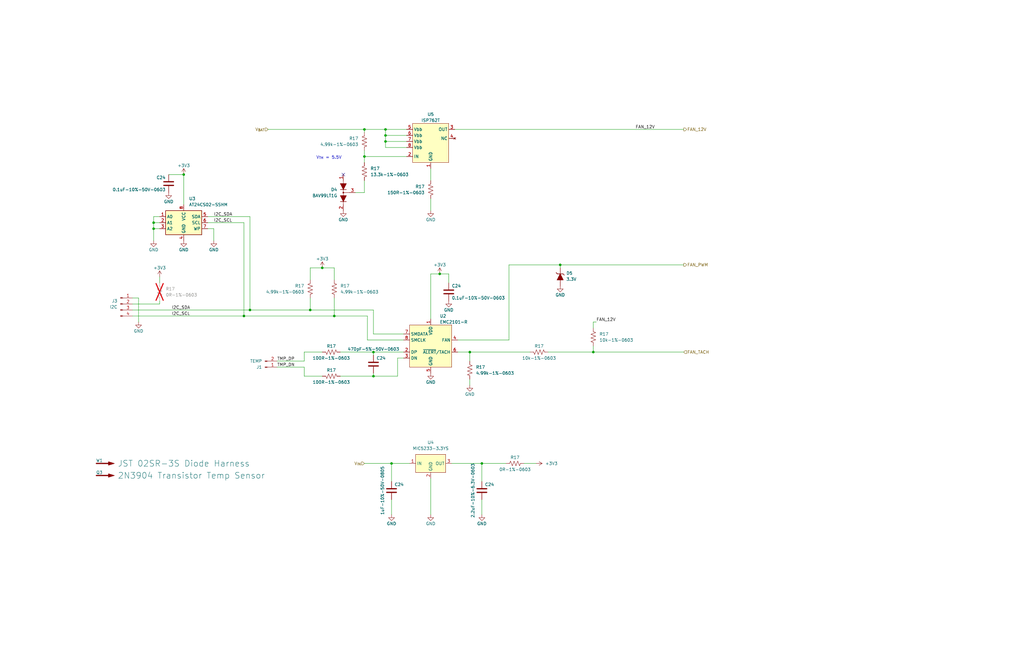
<source format=kicad_sch>
(kicad_sch (version 20231120) (generator "eeschema") (generator_version "8.0")
  (paper "B")
  (title_block (title "NX J401 Adapter") (date "2023-06-04") (rev "1") (company "971 Spartan Robotics"))
  (lib_symbols
    (symbol "Connector:Conn_01x02_Pin" (pin_names (offset 1.016) hide)
      (property "Reference" "J" (at 0 2.54 0))
      (property "Value" "Conn_01x02_Pin" (at 0 -5.08 0))
      (symbol "Conn_01x02_Pin_1_1"
        (polyline (pts (xy 1.27 -2.54) (xy 0.8636 -2.54)) (stroke (width 0.1524)))
        (polyline (pts (xy 1.27 0) (xy 0.8636 0)) (stroke (width 0.1524)))
        (rectangle (start 0.8636 -2.413) (end 0 -2.667) (stroke (width 0.1524)) (fill (type outline)))
        (rectangle (start 0.8636 0.127) (end 0 -0.127) (stroke (width 0.1524)) (fill (type outline)))
        (pin passive line (at 5.08 0 180) (length 3.81) (name "Pin_1") (number "1"))
        (pin passive line (at 5.08 -2.54 180) (length 3.81) (name "Pin_2") (number "2"))
      )
    )
    (symbol "Connector:Conn_01x04_Pin" (pin_names (offset 1.016) hide)
      (property "Reference" "J" (at 0 5.08 0))
      (property "Value" "Conn_01x04_Pin" (at 0 -7.62 0))
      (symbol "Conn_01x04_Pin_1_1"
        (polyline (pts (xy 1.27 -5.08) (xy 0.8636 -5.08)) (stroke (width 0.1524)))
        (polyline (pts (xy 1.27 -2.54) (xy 0.8636 -2.54)) (stroke (width 0.1524)))
        (polyline (pts (xy 1.27 0) (xy 0.8636 0)) (stroke (width 0.1524)))
        (polyline (pts (xy 1.27 2.54) (xy 0.8636 2.54)) (stroke (width 0.1524)))
        (rectangle (start 0.8636 -4.953) (end 0 -5.207) (stroke (width 0.1524)) (fill (type outline)))
        (rectangle (start 0.8636 -2.413) (end 0 -2.667) (stroke (width 0.1524)) (fill (type outline)))
        (rectangle (start 0.8636 0.127) (end 0 -0.127) (stroke (width 0.1524)) (fill (type outline)))
        (rectangle (start 0.8636 2.667) (end 0 2.413) (stroke (width 0.1524)) (fill (type outline)))
        (pin passive line (at 5.08 2.54 180) (length 3.81) (name "Pin_1") (number "1"))
        (pin passive line (at 5.08 0 180) (length 3.81) (name "Pin_2") (number "2"))
        (pin passive line (at 5.08 -2.54 180) (length 3.81) (name "Pin_3") (number "3"))
        (pin passive line (at 5.08 -5.08 180) (length 3.81) (name "Pin_4") (number "4"))
      )
    )
    (symbol "Device:C" (pin_numbers hide) (pin_names (offset 0.254))
      (property "Reference" "C" (at 0.635 2.54 0))
      (property "Value" "C" (at 0.635 -2.54 0))
      (symbol "C_0_1"
        (polyline (pts (xy -2.032 -0.762) (xy 2.032 -0.762)) (stroke (width 0.508)))
        (polyline (pts (xy -2.032 0.762) (xy 2.032 0.762)) (stroke (width 0.508)))
      )
      (symbol "C_1_1"
        (pin passive line (at 0 3.81 270) (length 2.794) (name "~") (number "1"))
        (pin passive line (at 0 -3.81 90) (length 2.794) (name "~") (number "2"))
      )
    )
    (symbol "Device:D_Zener" (pin_numbers hide) (pin_names (offset 1.016) hide)
      (property "Reference" "D1" (at -1.27 2.54 90))
      (property "Value" "D_Zener" (at 1.27 2.54 90))
      (symbol "D_Zener_0_1"
        (polyline (pts (xy 1.27 0) (xy -1.27 0)))
        (polyline (pts (xy -1.27 -1.27) (xy -1.27 1.27) (xy -0.7149 1.7102)) (stroke (width 0.254)))
      )
      (symbol "D_Zener_1_1"
        (polyline (pts (xy -1.27 -1.27) (xy -1.825 -1.7062)) (stroke (width 0.254)))
        (polyline (pts (xy 1.27 -1.27) (xy 1.27 1.27) (xy -1.27 0) (xy 1.27 -1.27)) (stroke (width 0.254)) (fill (type outline)))
        (pin passive line (at 3.81 0 180) (length 2.54) (name "A") (number "1"))
        (pin passive line (at -3.81 0 0) (length 2.54) (name "K") (number "3"))
      )
    )
    (symbol "Device:R_US" (pin_numbers hide) (pin_names (offset 0))
      (property "Reference" "R" (at 2.54 0 90))
      (property "Value" "R_US" (at -2.54 0 90))
      (symbol "R_US_0_1"
        (polyline (pts (xy 0 -2.286) (xy 0 -2.54)))
        (polyline (pts (xy 0 2.286) (xy 0 2.54)))
        (polyline (pts (xy 0 -0.762) (xy 1.016 -1.143) (xy 0 -1.524) (xy -1.016 -1.905) (xy 0 -2.286)))
        (polyline (pts (xy 0 0.762) (xy 1.016 0.381) (xy 0 0) (xy -1.016 -0.381) (xy 0 -0.762)))
        (polyline (pts (xy 0 2.286) (xy 1.016 1.905) (xy 0 1.524) (xy -1.016 1.143) (xy 0 0.762)))
      )
      (symbol "R_US_1_1"
        (pin passive line (at 0 3.81 270) (length 1.27) (name "~") (number "1"))
        (pin passive line (at 0 -3.81 90) (length 1.27) (name "~") (number "2"))
      )
    )
    (symbol "Diode:BAV99" (pin_names hide)
      (property "Reference" "D5" (at -1.27 2.54 90))
      (property "Value" "BAV99" (at 1.27 2.54 90))
      (symbol "BAV99_0_1"
        (polyline (pts (xy -5.08 0) (xy 5.08 0)))
      )
      (symbol "BAV99_1_1"
        (polyline (pts (xy 0 0) (xy 0 -2.54)))
        (polyline (pts (xy -1.27 -1.27) (xy -1.27 1.27) (xy -1.27 1.27)) (stroke (width 0.2032)))
        (polyline (pts (xy 3.81 1.27) (xy 3.81 -1.27) (xy 3.81 -1.27)) (stroke (width 0.2032)))
        (polyline (pts (xy -3.81 1.27) (xy -1.27 0) (xy -3.81 -1.27) (xy -3.81 1.27) (xy -3.81 1.27) (xy -3.81 1.27)) (stroke (width 0.2032)) (fill (type outline)))
        (polyline (pts (xy 1.27 1.27) (xy 3.81 0) (xy 1.27 -1.27) (xy 1.27 1.27) (xy 1.27 1.27) (xy 1.27 1.27)) (stroke (width 0.2032)) (fill (type outline)))
        (circle (center 0 0) (radius 0.254) (fill (type outline)))
        (pin passive line (at -7.62 0 0) (length 2.54) (name "K") (number "1"))
        (pin passive line (at 7.62 0 180) (length 2.54) (name "A") (number "2"))
        (pin passive line (at 0 -5.08 90) (length 2.54) (name "K") (number "3"))
      )
    )
    (symbol "Graphic:SYM_Arrow_Large" (in_bom no) (on_board no)
      (symbol "SYM_Arrow_Large_0_1"
        (polyline (pts (xy 2.54 0) (xy -3.81 0)) (stroke (width 0.508)))
        (polyline (pts (xy 3.81 0) (xy 1.27 -0.762) (xy 1.27 0.762) (xy 3.81 0)) (fill (type outline)))
      )
    )
    (symbol "Memory_EEPROM:AT24CS02-SSHM"
      (property "Reference" "U" (at -7.62 6.35 0))
      (property "Value" "AT24CS02-SSHM" (at 2.54 -6.35 0))
      (symbol "AT24CS02-SSHM_1_1"
        (rectangle (start -7.62 5.08) (end 7.62 -5.08) (stroke (width 0.254)) (fill (type background)))
        (pin input line (at -10.16 2.54 0) (length 2.54) (name "A0") (number "1"))
        (pin input line (at -10.16 0 0) (length 2.54) (name "A1") (number "2"))
        (pin input line (at -10.16 -2.54 0) (length 2.54) (name "A2") (number "3"))
        (pin power_in line (at 0 -7.62 90) (length 2.54) (name "GND") (number "4"))
        (pin bidirectional line (at 10.16 2.54 180) (length 2.54) (name "SDA") (number "5"))
        (pin input line (at 10.16 0 180) (length 2.54) (name "SCL") (number "6"))
        (pin input line (at 10.16 -2.54 180) (length 2.54) (name "WP") (number "7"))
        (pin power_in line (at 0 7.62 270) (length 2.54) (name "VCC") (number "8"))
      )
    )
    (symbol "NX-AdapterBoard:EMC2101"
      (property "Reference" "U3" (at 3.81 3.81 0))
      (property "Value" "EMC2101" (at 3.81 1.27 0))
      (symbol "EMC2101_1_1"
        (rectangle (start -8.89 0) (end 8.89 -17.78) (fill (type background)))
        (pin power_in line (at 0 2.54 270) (length 2.54) (name "VDD") (number "1"))
        (pin passive line (at -11.43 -11.43 0) (length 2.54) (name "DP") (number "2"))
        (pin passive line (at -11.43 -13.97 0) (length 2.54) (name "DN") (number "3"))
        (pin passive line (at 11.43 -6.35 180) (length 2.54) (name "FAN") (number "4"))
        (pin passive line (at 0 -20.32 90) (length 2.54) (name "GND") (number "5"))
        (pin bidirectional line (at 11.43 -11.43 180) (length 2.54) (name "~{ALERT}/TACH") (number "6"))
        (pin bidirectional line (at -11.43 -3.81 0) (length 2.54) (name "SMDATA") (number "7"))
        (pin input line (at -11.43 -6.35 0) (length 2.54) (name "SMCLK") (number "8"))
      )
    )
    (symbol "NX-AdapterBoard:ISP762T"
      (property "Reference" "U" (at 0 0 0))
      (property "Value" "ISP762T" (at 0 0 0))
      (symbol "ISP762T_1_1"
        (rectangle (start -7.62 0) (end 7.62 -16.51) (fill (type background)))
        (pin passive line (at 0 -19.05 90) (length 2.54) (name "GND") (number "1"))
        (pin input line (at -10.16 -13.97 0) (length 2.54) (name "IN") (number "2"))
        (pin output line (at 10.16 -2.54 180) (length 2.54) (name "OUT") (number "3"))
        (pin no_connect line (at 10.16 -6.35 180) (length 2.54) (name "NC") (number "4"))
        (pin power_in line (at -10.16 -2.54 0) (length 2.54) (name "Vbb") (number "5"))
        (pin power_in line (at -10.16 -5.08 0) (length 2.54) (name "Vbb") (number "6"))
        (pin power_in line (at -10.16 -7.62 0) (length 2.54) (name "Vbb") (number "7"))
        (pin power_in line (at -10.16 -10.16 0) (length 2.54) (name "Vbb") (number "8"))
      )
    )
    (symbol "NX-AdapterBoard:MIC5233-3.3YS"
      (property "Reference" "U" (at 0 0 0))
      (property "Value" "MIC5233-3.3YS" (at 0 0 0))
      (symbol "MIC5233-3.3YS_1_1"
        (rectangle (start -6.35 0) (end 6.35 -7.62) (fill (type background)))
        (pin power_in line (at -8.89 -3.81 0) (length 2.54) (name "IN") (number "1"))
        (pin passive line (at 0 -10.16 90) (length 2.54) (name "GND") (number "2"))
        (pin power_out line (at 8.89 -3.81 180) (length 2.54) (name "OUT") (number "3"))
      )
    )
    (symbol "power:+3V3" (power) (pin_names (offset 0))
      (property "Value" "+3V3" (at 0 3.556 0))
      (symbol "+3V3_0_1"
        (polyline (pts (xy -0.762 1.27) (xy 0 2.54)))
        (polyline (pts (xy 0 0) (xy 0 2.54)))
        (polyline (pts (xy 0 2.54) (xy 0.762 1.27)))
      )
      (symbol "+3V3_1_1"
        (pin power_in line (at 0 0 90) (length 0) hide (name "+3V3") (number "1"))
      )
    )
    (symbol "power:GND" (power) (pin_names (offset 0))
      (property "Value" "GND" (at 0 -3.81 0))
      (symbol "GND_0_1"
        (polyline (pts (xy 0 0) (xy 0 -1.27) (xy 1.27 -1.27) (xy 0 -2.54) (xy -1.27 -1.27) (xy 0 -1.27)))
      )
      (symbol "GND_1_1"
        (pin power_in line (at 0 0 270) (length 0) hide (name "GND") (number "1"))
      )
    )
  )
  (junction (at 130.81 130.81))
  (junction (at 77.47 73.66))
  (junction (at 162.56 59.69))
  (junction (at 185.42 115.57))
  (junction (at 64.77 93.98))
  (junction (at 250.19 148.59))
  (junction (at 153.67 66.04))
  (junction (at 236.22 111.76))
  (junction (at 162.56 54.61))
  (junction (at 165.1 195.58))
  (junction (at 198.12 148.59))
  (junction (at 157.48 158.75))
  (junction (at 162.56 57.15))
  (junction (at 105.41 130.81))
  (junction (at 140.97 133.35))
  (junction (at 135.89 113.03))
  (junction (at 153.67 54.61))
  (junction (at 157.48 148.59))
  (junction (at 203.2 195.58))
  (junction (at 64.77 96.52))
  (junction (at 102.87 133.35))
  (no_connect (at 144.78 73.66))
  (wire (pts (xy 130.81 113.03) (xy 135.89 113.03)))
  (wire (pts (xy 203.2 195.58) (xy 203.2 203.2)))
  (wire (pts (xy 153.67 66.04) (xy 171.45 66.04)))
  (wire (pts (xy 167.64 151.13) (xy 167.64 158.75)))
  (wire (pts (xy 157.48 130.81) (xy 130.81 130.81)))
  (wire (pts (xy 64.77 93.98) (xy 67.31 93.98)))
  (wire (pts (xy 157.48 149.86) (xy 157.48 148.59)))
  (wire (pts (xy 236.22 111.76) (xy 236.22 113.03)))
  (wire (pts (xy 181.61 115.57) (xy 185.42 115.57)))
  (wire (pts (xy 162.56 57.15) (xy 162.56 59.69)))
  (wire (pts (xy 170.18 143.51) (xy 154.94 143.51)))
  (wire (pts (xy 140.97 125.73) (xy 140.97 133.35)))
  (wire (pts (xy 64.77 96.52) (xy 64.77 101.6)))
  (wire (pts (xy 153.67 76.2) (xy 153.67 81.28)))
  (wire (pts (xy 157.48 140.97) (xy 157.48 130.81)))
  (wire (pts (xy 250.19 148.59) (xy 288.29 148.59)))
  (wire (pts (xy 130.81 113.03) (xy 130.81 118.11)))
  (wire (pts (xy 250.19 146.05) (xy 250.19 148.59)))
  (wire (pts (xy 87.63 93.98) (xy 102.87 93.98)))
  (wire (pts (xy 157.48 148.59) (xy 170.18 148.59)))
  (wire (pts (xy 181.61 217.17) (xy 181.61 201.93)))
  (wire (pts (xy 140.97 113.03) (xy 140.97 118.11)))
  (wire (pts (xy 58.42 135.89) (xy 58.42 125.73)))
  (wire (pts (xy 87.63 91.44) (xy 105.41 91.44)))
  (wire (pts (xy 162.56 59.69) (xy 162.56 62.23)))
  (wire (pts (xy 165.1 195.58) (xy 165.1 203.2)))
  (wire (pts (xy 162.56 54.61) (xy 171.45 54.61)))
  (wire (pts (xy 171.45 62.23) (xy 162.56 62.23)))
  (wire (pts (xy 153.67 54.61) (xy 162.56 54.61)))
  (wire (pts (xy 154.94 133.35) (xy 140.97 133.35)))
  (wire (pts (xy 128.27 154.94) (xy 128.27 158.75)))
  (wire (pts (xy 214.63 143.51) (xy 214.63 111.76)))
  (wire (pts (xy 198.12 148.59) (xy 198.12 152.4)))
  (wire (pts (xy 214.63 111.76) (xy 236.22 111.76)))
  (wire (pts (xy 193.04 143.51) (xy 214.63 143.51)))
  (wire (pts (xy 165.1 195.58) (xy 172.72 195.58)))
  (wire (pts (xy 149.86 81.28) (xy 153.67 81.28)))
  (wire (pts (xy 181.61 88.9) (xy 181.61 83.82)))
  (wire (pts (xy 231.14 148.59) (xy 250.19 148.59)))
  (wire (pts (xy 128.27 152.4) (xy 128.27 148.59)))
  (wire (pts (xy 236.22 111.76) (xy 288.29 111.76)))
  (wire (pts (xy 135.89 113.03) (xy 140.97 113.03)))
  (wire (pts (xy 77.47 73.66) (xy 71.12 73.66)))
  (wire (pts (xy 226.06 195.58) (xy 220.98 195.58)))
  (wire (pts (xy 90.17 101.6) (xy 90.17 96.52)))
  (wire (pts (xy 198.12 148.59) (xy 193.04 148.59)))
  (wire (pts (xy 153.67 63.5) (xy 153.67 66.04)))
  (wire (pts (xy 64.77 93.98) (xy 64.77 96.52)))
  (wire (pts (xy 185.42 115.57) (xy 189.23 115.57)))
  (wire (pts (xy 251.46 135.89) (xy 250.19 135.89)))
  (wire (pts (xy 153.67 195.58) (xy 165.1 195.58)))
  (wire (pts (xy 198.12 160.02) (xy 198.12 162.56)))
  (wire (pts (xy 90.17 96.52) (xy 87.63 96.52)))
  (wire (pts (xy 153.67 54.61) (xy 153.67 55.88)))
  (wire (pts (xy 64.77 91.44) (xy 64.77 93.98)))
  (wire (pts (xy 162.56 59.69) (xy 171.45 59.69)))
  (wire (pts (xy 181.61 115.57) (xy 181.61 134.62)))
  (wire (pts (xy 143.51 158.75) (xy 157.48 158.75)))
  (wire (pts (xy 55.88 130.81) (xy 105.41 130.81)))
  (wire (pts (xy 67.31 127) (xy 67.31 128.27)))
  (wire (pts (xy 157.48 158.75) (xy 167.64 158.75)))
  (wire (pts (xy 105.41 130.81) (xy 130.81 130.81)))
  (wire (pts (xy 203.2 195.58) (xy 213.36 195.58)))
  (wire (pts (xy 113.03 54.61) (xy 153.67 54.61)))
  (wire (pts (xy 67.31 91.44) (xy 64.77 91.44)))
  (wire (pts (xy 181.61 76.2) (xy 181.61 71.12)))
  (wire (pts (xy 162.56 57.15) (xy 171.45 57.15)))
  (wire (pts (xy 162.56 54.61) (xy 162.56 57.15)))
  (wire (pts (xy 105.41 91.44) (xy 105.41 130.81)))
  (wire (pts (xy 102.87 133.35) (xy 140.97 133.35)))
  (wire (pts (xy 170.18 140.97) (xy 157.48 140.97)))
  (wire (pts (xy 128.27 148.59) (xy 135.89 148.59)))
  (wire (pts (xy 102.87 93.98) (xy 102.87 133.35)))
  (wire (pts (xy 64.77 96.52) (xy 67.31 96.52)))
  (wire (pts (xy 190.5 195.58) (xy 203.2 195.58)))
  (wire (pts (xy 128.27 152.4) (xy 116.84 152.4)))
  (wire (pts (xy 55.88 133.35) (xy 102.87 133.35)))
  (wire (pts (xy 223.52 148.59) (xy 198.12 148.59)))
  (wire (pts (xy 250.19 135.89) (xy 250.19 138.43)))
  (wire (pts (xy 189.23 115.57) (xy 189.23 119.38)))
  (wire (pts (xy 128.27 154.94) (xy 116.84 154.94)))
  (wire (pts (xy 154.94 143.51) (xy 154.94 133.35)))
  (wire (pts (xy 191.77 54.61) (xy 288.29 54.61)))
  (wire (pts (xy 67.31 116.84) (xy 67.31 119.38)))
  (wire (pts (xy 170.18 151.13) (xy 167.64 151.13)))
  (wire (pts (xy 153.67 66.04) (xy 153.67 68.58)))
  (wire (pts (xy 165.1 210.82) (xy 165.1 217.17)))
  (wire (pts (xy 67.31 128.27) (xy 55.88 128.27)))
  (wire (pts (xy 130.81 125.73) (xy 130.81 130.81)))
  (wire (pts (xy 77.47 86.36) (xy 77.47 73.66)))
  (wire (pts (xy 143.51 148.59) (xy 157.48 148.59)))
  (wire (pts (xy 157.48 157.48) (xy 157.48 158.75)))
  (wire (pts (xy 128.27 158.75) (xy 135.89 158.75)))
  (wire (pts (xy 203.2 210.82) (xy 203.2 217.17)))
  (wire (pts (xy 58.42 125.73) (xy 55.88 125.73)))
  (text "V_{TH} = 5.5V" (at 133.35 67.31 0) (effects (font (size 1.27 1.27)) (justify left bottom)))
  (label "I2C_SCL" (at 90.17 93.98 0))
  (label "I2C_SDA" (at 90.17 91.44 0))
  (label "I2C_SCL" (at 72.39 133.35 0))
  (label "TMP_DP" (at 116.84 152.4 0))
  (label "TMP_DN" (at 116.84 154.94 0))
  (label "FAN_12V" (at 251.46 135.89 0))
  (label "I2C_SDA" (at 72.39 130.81 0))
  (label "FAN_12V" (at 267.97 54.61 0))
  (hierarchical_label "V_{BAT}" (shape input) (at 113.03 54.61 180))
  (hierarchical_label "FAN_TACH" (shape input) (at 288.29 148.59 0))
  (hierarchical_label "FAN_PWM" (shape output) (at 288.29 111.76 0))
  (hierarchical_label "V_{IN}" (shape input) (at 153.67 195.58 180))
  (hierarchical_label "FAN_12V" (shape output) (at 288.29 54.61 0))
  (symbol (lib_id "power:GND") (at 77.47 101.6 0) (mirror y) (unit 1)
    (property "Reference" "#PWR017" (effects (hide yes)))
    (property "Value" "GND" (at 77.47 105.41 0))
  )
  (symbol (lib_id "Device:C") (at 189.23 123.19 0) (mirror y) (unit 1)
    (property "Reference" "C24" (at 190.5 120.65 0) (effects (justify right)))
    (property "Value" "0.1uF-10%-50V-0603" (at 190.5 125.73 0) (effects (justify right)))
    (property "Footprint" "Capacitor_SMD:C_0603_1608Metric" (effects (hide yes)))
    (property "MFG" "Samsung Electro-Mechanics" (effects (hide yes)))
    (property "MFG P/N" "CL10B104KB8NNNC" (effects (hide yes)))
    (property "DIST" "Digikey" (effects (hide yes)))
    (property "DIST P/N" "1276-1000-1-ND" (effects (hide yes)))
    (instances (project "PI-Power-Board" (path "" (reference "C24") (unit 1))) (project "NX-J401-Adapter" (path "" (reference "C12") (unit 1))))
  )
  (symbol (lib_id "Device:C") (at 165.1 207.01 0) (mirror y) (unit 1)
    (property "Reference" "C24" (at 166.37 204.47 0) (effects (justify right)))
    (property "Value" "1uF-10%-50V-0805" (at 161.29 207.01 90))
    (property "Footprint" "Capacitor_SMD:C_0805_2012Metric" (effects (hide yes)))
    (property "MFG" "Samsung Electro-Mechanics" (effects (hide yes)))
    (property "MFG P/N" "CL21B105KBFNNNG" (effects (hide yes)))
    (property "DIST" "Digikey" (effects (hide yes)))
    (property "DIST P/N" "1276-6470-1-ND" (effects (hide yes)))
    (instances (project "PI-Power-Board" (path "" (reference "C24") (unit 1))) (project "NX-J401-Adapter" (path "" (reference "C7") (unit 1))))
  )
  (symbol (lib_id "Device:R_US") (at 139.7 148.59 270) (mirror x) (unit 1)
    (property "Reference" "R17" (at 139.7 146.05 90))
    (property "Value" "100R-1%-0603" (at 139.7 151.13 90))
    (property "Footprint" "Resistor_SMD:R_0603_1608Metric" (effects (hide yes)))
    (property "MFG" "Yageo" (effects (hide yes)))
    (property "MFG P/N" "RC0603FR-07100RL" (effects (hide yes)))
    (property "DIST" "Digikey" (effects (hide yes)))
    (property "DIST P/N" "311-100HRCT-ND" (effects (hide yes)))
    (instances (project "PI-Power-Board" (path "" (reference "R17") (unit 1))) (project "NX-J401-Adapter" (path "" (reference "R3") (unit 1))))
  )
  (symbol (lib_id "power:GND") (at 189.23 127 0) (mirror y) (unit 1)
    (property "Reference" "#PWR09" (effects (hide yes)))
    (property "Value" "GND" (at 189.23 130.81 0))
  )
  (symbol (lib_id "power:GND") (at 198.12 162.56 0) (mirror y) (unit 1)
    (property "Reference" "#PWR011" (effects (hide yes)))
    (property "Value" "GND" (at 198.12 166.37 0))
  )
  (symbol (lib_id "Graphic:SYM_Arrow_Large") (at 44.45 200.66 0) (unit 1) (on_board no)
    (property "Reference" "Q3" (at 41.91 199.39 0))
    (property "Value" "2N3904 Transistor Temp Sensor" (at 49.53 200.66 0) (effects (font (size 2.54 2.54)) (justify left)))
    (property "Datasheet" "Components/onsemi-PZT3904-D.pdf" (effects (hide yes)))
    (property "MFG" "onsemi" (effects (hide yes)))
    (property "MFG P/N" "2N3904BU" (effects (hide yes)))
    (property "DIST" "Digikey" (effects (hide yes)))
    (property "DIST P/N" "2N3904FS-ND" (effects (hide yes)))
  )
  (symbol (lib_id "power:GND") (at 144.78 88.9 0) (mirror y) (unit 1)
    (property "Reference" "#PWR02" (effects (hide yes)))
    (property "Value" "GND" (at 144.78 92.71 0))
  )
  (symbol (lib_id "power:+3V3") (at 135.89 113.03 0) (unit 1)
    (property "Reference" "#PWR015" (effects (hide yes)))
    (property "Value" "+3V3" (at 135.89 109.22 0))
  )
  (symbol (lib_id "power:+3V3") (at 185.42 115.57 0) (unit 1)
    (property "Reference" "#PWR020" (effects (hide yes)))
    (property "Value" "+3V3" (at 185.42 111.76 0))
  )
  (symbol (lib_id "NX-AdapterBoard:ISP762T") (at 181.61 52.07 0) (unit 1)
    (property "Reference" "U5" (at 181.61 48.26 0))
    (property "Value" "ISP762T" (at 181.61 50.8 0))
    (property "Footprint" "Package_SO:SO-8_3.9x4.9mm_P1.27mm" (effects (hide yes)))
    (property "Datasheet" "Components/Infineon-ISP762T-DataSheet-v01_50-EN.pdf" (effects (hide yes)))
    (property "MFG" "Infineon" (effects (hide yes)))
    (property "MFG P/N" "ISP762TFUMA1" (effects (hide yes)))
    (property "DIST" "Digikey" (effects (hide yes)))
    (property "DIST P/N" "ISP762TFUMA1CT-ND" (effects (hide yes)))
  )
  (symbol (lib_id "power:+3V3") (at 226.06 195.58 270) (mirror x) (unit 1)
    (property "Reference" "#PWR024" (effects (hide yes)))
    (property "Value" "+3V3" (at 229.87 195.58 90) (effects (justify left)))
  )
  (symbol (lib_id "power:GND") (at 236.22 120.65 0) (mirror y) (unit 1)
    (property "Reference" "#PWR012" (effects (hide yes)))
    (property "Value" "GND" (at 236.22 124.46 0))
  )
  (symbol (lib_id "power:GND") (at 165.1 217.17 0) (unit 1)
    (property "Reference" "#PWR014" (effects (hide yes)))
    (property "Value" "GND" (at 165.1 220.98 0))
    (instances (project "PI-Power-Board" (path "" (reference "#PWR014") (unit 1))) (project "NX-J401-Adapter" (path "" (reference "#PWR07") (unit 1))))
  )
  (symbol (lib_id "power:GND") (at 181.61 217.17 0) (unit 1)
    (property "Reference" "#PWR014" (effects (hide yes)))
    (property "Value" "GND" (at 181.61 220.98 0))
    (instances (project "PI-Power-Board" (path "" (reference "#PWR014") (unit 1))) (project "NX-J401-Adapter" (path "" (reference "#PWR08") (unit 1))))
  )
  (symbol (lib_id "power:GND") (at 58.42 135.89 0) (mirror y) (unit 1)
    (property "Reference" "#PWR05" (effects (hide yes)))
    (property "Value" "GND" (at 58.42 139.7 0))
  )
  (symbol (lib_id "Device:R_US") (at 139.7 158.75 270) (mirror x) (unit 1)
    (property "Reference" "R17" (at 139.7 156.21 90))
    (property "Value" "100R-1%-0603" (at 139.7 161.29 90))
    (property "Footprint" "Resistor_SMD:R_0603_1608Metric" (effects (hide yes)))
    (property "MFG" "Yageo" (effects (hide yes)))
    (property "MFG P/N" "RC0603FR-07100RL" (effects (hide yes)))
    (property "DIST" "Digikey" (effects (hide yes)))
    (property "DIST P/N" "311-100HRCT-ND" (effects (hide yes)))
    (instances (project "PI-Power-Board" (path "" (reference "R17") (unit 1))) (project "NX-J401-Adapter" (path "" (reference "R4") (unit 1))))
  )
  (symbol (lib_id "Device:R_US") (at 153.67 72.39 0) (mirror x) (unit 1)
    (property "Reference" "R17" (at 156.21 71.12 0) (effects (justify left)))
    (property "Value" "13.3k-1%-0603" (at 156.21 73.66 0) (effects (justify left)))
    (property "Footprint" "Resistor_SMD:R_0603_1608Metric" (effects (hide yes)))
    (property "MFG" "Yageo" (effects (hide yes)))
    (property "MFG P/N" "RC0603FR-0713K3L" (effects (hide yes)))
    (property "DIST" "Digikey" (effects (hide yes)))
    (property "DIST P/N" "311-13.3KHRCT-ND" (effects (hide yes)))
    (instances (project "PI-Power-Board" (path "" (reference "R17") (unit 1))) (project "NX-J401-Adapter" (path "" (reference "R21") (unit 1))))
  )
  (symbol (lib_id "Connector:Conn_01x04_Pin") (at 50.8 128.27 0) (unit 1)
    (property "Reference" "J3" (at 49.53 127 0) (effects (justify right)))
    (property "Value" "I2C" (at 49.53 129.54 0) (effects (justify right)))
    (property "Footprint" "Connector_JST:JST_SH_BM04B-SRSS-TB_1x04-1MP_P1.00mm_Vertical" (effects (hide yes)))
    (property "Datasheet" "Components/JST-eSH.pdf" (effects (hide yes)))
    (property "MFG" "JST" (effects (hide yes)))
    (property "MFG P/N" "BM04B-SRSS-TB" (effects (hide yes)))
    (property "DIST" "Digikey" (effects (hide yes)))
    (property "DIST P/N" "455-BM04B-SRSS-TBCT-ND" (effects (hide yes)))
  )
  (symbol (lib_id "Device:R_US") (at 217.17 195.58 270) (unit 1)
    (property "Reference" "R17" (at 217.17 193.04 90))
    (property "Value" "0R-1%-0603" (at 217.17 198.12 90))
    (property "Footprint" "Resistor_SMD:R_0603_1608Metric" (effects (hide yes)))
    (property "MFG" "Yageo" (effects (hide yes)))
    (property "MFG P/N" "RC0603FR-070RL" (effects (hide yes)))
    (property "DIST" "Digikey" (effects (hide yes)))
    (property "DIST P/N" "311-0.0HRCT-ND" (effects (hide yes)))
    (instances (project "PI-Power-Board" (path "" (reference "R17") (unit 1))) (project "NX-J401-Adapter" (path "" (reference "R9") (unit 1))))
  )
  (symbol (lib_id "power:GND") (at 203.2 217.17 0) (unit 1)
    (property "Reference" "#PWR014" (effects (hide yes)))
    (property "Value" "GND" (at 203.2 220.98 0))
    (instances (project "PI-Power-Board" (path "" (reference "#PWR014") (unit 1))) (project "NX-J401-Adapter" (path "" (reference "#PWR010") (unit 1))))
  )
  (symbol (lib_id "power:GND") (at 71.12 81.28 0) (unit 1)
    (property "Reference" "#PWR016" (effects (hide yes)))
    (property "Value" "GND" (at 71.12 85.09 0))
  )
  (symbol (lib_id "Device:R_US") (at 227.33 148.59 270) (mirror x) (unit 1)
    (property "Reference" "R17" (at 227.33 146.05 90))
    (property "Value" "10k-1%-0603" (at 227.33 151.13 90))
    (property "Footprint" "Resistor_SMD:R_0603_1608Metric" (effects (hide yes)))
    (property "MFG" "Yageo" (effects (hide yes)))
    (property "MFG P/N" "RC0603FR-0710KL" (effects (hide yes)))
    (property "DIST" "Digikey" (effects (hide yes)))
    (property "DIST P/N" "311-10.0KHRCT-ND" (effects (hide yes)))
    (instances (project "PI-Power-Board" (path "" (reference "R17") (unit 1))) (project "NX-J401-Adapter" (path "" (reference "R7") (unit 1))))
  )
  (symbol (lib_id "power:GND") (at 181.61 88.9 0) (mirror y) (unit 1)
    (property "Reference" "#PWR03" (effects (hide yes)))
    (property "Value" "GND" (at 181.61 92.71 0))
  )
  (symbol (lib_id "Device:C") (at 157.48 153.67 0) (mirror y) (unit 1)
    (property "Reference" "C24" (at 158.75 151.13 0) (effects (justify right)))
    (property "Value" "470pF-5%-50V-0603" (at 157.48 147.32 0))
    (property "Footprint" "Capacitor_SMD:C_0603_1608Metric" (effects (hide yes)))
    (property "MFG" "KEMET" (effects (hide yes)))
    (property "MFG P/N" "C0603C471J5GAC7867" (effects (hide yes)))
    (property "DIST" "Digikey" (effects (hide yes)))
    (property "DIST P/N" "399-C0603C471J5GAC7867CT-ND" (effects (hide yes)))
    (instances (project "PI-Power-Board" (path "" (reference "C24") (unit 1))) (project "NX-J401-Adapter" (path "" (reference "C5") (unit 1))))
  )
  (symbol (lib_id "Connector:Conn_01x02_Pin") (at 111.76 154.94 0) (mirror x) (unit 1)
    (property "Reference" "J1" (at 110.49 154.94 0) (effects (justify right)))
    (property "Value" "TEMP" (at 110.49 152.4 0) (effects (justify right)))
    (property "Footprint" "Connector_JST:JST_SH_BM02B-SRSS-TB_1x02-1MP_P1.00mm_Vertical" (effects (hide yes)))
    (property "Datasheet" "Components/JST-eSH.pdf" (effects (hide yes)))
    (property "MFG" "JST" (effects (hide yes)))
    (property "MFG P/N" "BM02B-SRSS-TB" (effects (hide yes)))
    (property "DIST" "Digikey" (effects (hide yes)))
    (property "DIST P/N" "455-1788-1-ND" (effects (hide yes)))
  )
  (symbol (lib_id "Device:R_US") (at 130.81 121.92 0) (mirror x) (unit 1)
    (property "Reference" "R17" (at 128.27 120.65 0) (effects (justify right)))
    (property "Value" "4.99k-1%-0603" (at 128.27 123.19 0) (effects (justify right)))
    (property "Footprint" "Resistor_SMD:R_0603_1608Metric" (effects (hide yes)))
    (property "MFG" "Yageo" (effects (hide yes)))
    (property "MFG P/N" "RC0603FR-074K99L" (effects (hide yes)))
    (property "DIST" "Digikey" (effects (hide yes)))
    (property "DIST P/N" "311-4.99KHRCT-ND" (effects (hide yes)))
    (instances (project "PI-Power-Board" (path "" (reference "R17") (unit 1))) (project "NX-J401-Adapter" (path "" (reference "R18") (unit 1))))
  )
  (symbol (lib_id "Device:R_US") (at 181.61 80.01 0) (mirror x) (unit 1)
    (property "Reference" "R17" (at 179.07 78.74 0) (effects (justify right)))
    (property "Value" "150R-1%-0603" (at 179.07 81.28 0) (effects (justify right)))
    (property "Footprint" "Resistor_SMD:R_0603_1608Metric" (effects (hide yes)))
    (property "MFG" "Yageo" (effects (hide yes)))
    (property "MFG P/N" "RC0603FR-07150RL" (effects (hide yes)))
    (property "DIST" "Digikey" (effects (hide yes)))
    (property "DIST P/N" "311-150HRCT-ND" (effects (hide yes)))
    (instances (project "PI-Power-Board" (path "" (reference "R17") (unit 1))) (project "NX-J401-Adapter" (path "" (reference "R20") (unit 1))))
  )
  (symbol (lib_id "Device:D_Zener") (at 236.22 116.84 270) (unit 1)
    (property "Reference" "D5" (at 238.76 115.2925 90) (effects (justify left)))
    (property "Value" "3.3V" (at 238.76 117.8325 90) (effects (justify left)))
    (property "Footprint" "Package_TO_SOT_SMD:SOT-23" (effects (hide yes)))
    (property "Datasheet" "Components/BZX84_SER.pdf" (effects (hide yes)))
    (property "MFG" "Nexperia" (effects (hide yes)))
    (property "MFG P/N" "BZX84-C3V3,215" (effects (hide yes)))
    (property "DIST" "Digikey" (effects (hide yes)))
    (property "DIST P/N" "1727-2937-1-ND" (effects (hide yes)))
    (instances (project "E2E_Controller" (path "" (reference "D5") (unit 1))) (project "NX-J401-Adapter" (path "" (reference "D3") (unit 1))))
  )
  (symbol (lib_id "Device:R_US") (at 153.67 59.69 0) (mirror x) (unit 1)
    (property "Reference" "R17" (at 151.13 58.42 0) (effects (justify right)))
    (property "Value" "4.99k-1%-0603" (at 151.13 60.96 0) (effects (justify right)))
    (property "Footprint" "Resistor_SMD:R_0603_1608Metric" (effects (hide yes)))
    (property "MFG" "Yageo" (effects (hide yes)))
    (property "MFG P/N" "RC0603FR-074K99L" (effects (hide yes)))
    (property "DIST" "Digikey" (effects (hide yes)))
    (property "DIST P/N" "311-4.99KHRCT-ND" (effects (hide yes)))
    (instances (project "PI-Power-Board" (path "" (reference "R17") (unit 1))) (project "NX-J401-Adapter" (path "" (reference "R19") (unit 1))))
  )
  (symbol (lib_id "Memory_EEPROM:AT24CS02-SSHM") (at 77.47 93.98 0) (unit 1)
    (property "Reference" "U3" (at 79.6842 83.82 0) (effects (justify left)))
    (property "Value" "AT24CS02-SSHM" (at 79.6842 86.36 0) (effects (justify left)))
    (property "Footprint" "Package_SO:SOIC-8_3.9x4.9mm_P1.27mm" (effects (hide yes)))
    (property "Datasheet" "Components/Microchip-AT24C01D-AT24C02D.pdf" (effects (hide yes)))
    (property "MFG" "Microchip" (effects (hide yes)))
    (property "MFG P/N" "AT24C02D-SSHM-T" (effects (hide yes)))
    (property "DIST" "Digikey" (effects (hide yes)))
    (property "DIST P/N" "AT24C02D-SSHM-TCT-ND" (effects (hide yes)))
  )
  (symbol (lib_id "Device:C") (at 71.12 77.47 0) (unit 1)
    (property "Reference" "C24" (at 69.85 74.93 0) (effects (justify right)))
    (property "Value" "0.1uF-10%-50V-0603" (at 69.85 80.01 0) (effects (justify right)))
    (property "Footprint" "Capacitor_SMD:C_0603_1608Metric" (effects (hide yes)))
    (property "MFG" "Samsung Electro-Mechanics" (effects (hide yes)))
    (property "MFG P/N" "CL10B104KB8NNNC" (effects (hide yes)))
    (property "DIST" "Digikey" (effects (hide yes)))
    (property "DIST P/N" "1276-1000-1-ND" (effects (hide yes)))
    (instances (project "PI-Power-Board" (path "" (reference "C24") (unit 1))) (project "NX-J401-Adapter" (path "" (reference "C13") (unit 1))))
  )
  (symbol (lib_id "power:GND") (at 90.17 101.6 0) (mirror y) (unit 1)
    (property "Reference" "#PWR019" (effects (hide yes)))
    (property "Value" "GND" (at 90.17 105.41 0))
  )
  (symbol (lib_id "power:GND") (at 181.61 157.48 0) (mirror y) (unit 1)
    (property "Reference" "#PWR04" (effects (hide yes)))
    (property "Value" "GND" (at 181.61 161.29 0))
  )
  (symbol (lib_id "NX-AdapterBoard:EMC2101") (at 181.61 137.16 0) (unit 1)
    (property "Reference" "U2" (at 185.42 133.35 0) (effects (justify left)))
    (property "Value" "EMC2101-R" (at 185.42 135.89 0) (effects (justify left)))
    (property "Footprint" "Package_SO:MSOP-8_3x3mm_P0.65mm" (effects (hide yes)))
    (property "Datasheet" "Components/Microchip-EMC2101.pdf" (effects (hide yes)))
    (property "MFG" "Microchip" (effects (hide yes)))
    (property "MFG P/N" "EMC2101-R-ACZL-TR" (effects (hide yes)))
    (property "DIST" "Digikey" (effects (hide yes)))
    (property "DIST P/N" "EMC2101-R-ACZL-CT-ND" (effects (hide yes)))
  )
  (symbol (lib_id "Device:R_US") (at 67.31 123.19 180) (unit 1) (dnp yes)
    (property "Reference" "R17" (at 69.85 121.92 0) (effects (justify right)))
    (property "Value" "0R-1%-0603" (at 69.85 124.46 0) (effects (justify right)))
    (property "Footprint" "Resistor_SMD:R_0603_1608Metric" (effects (hide yes)))
    (property "MFG" "Yageo" (effects (hide yes)))
    (property "MFG P/N" "RC0603FR-070RL" (effects (hide yes)))
    (property "DIST" "Digikey" (effects (hide yes)))
    (property "DIST P/N" "311-0.0HRCT-ND" (effects (hide yes)))
    (instances (project "PI-Power-Board" (path "" (reference "R17") (unit 1))) (project "NX-J401-Adapter" (path "" (reference "R2") (unit 1))))
  )
  (symbol (lib_id "power:GND") (at 64.77 101.6 0) (mirror y) (unit 1)
    (property "Reference" "#PWR018" (effects (hide yes)))
    (property "Value" "GND" (at 64.77 105.41 0))
  )
  (symbol (lib_id "NX-AdapterBoard:MIC5233-3.3YS") (at 181.61 191.77 0) (unit 1)
    (property "Reference" "U4" (at 181.61 186.69 0))
    (property "Value" "MIC5233-3.3YS" (at 181.61 189.23 0))
    (property "Footprint" "Package_TO_SOT_SMD:SOT-223-3_TabPin2" (effects (hide yes)))
    (property "Datasheet" "Components/Microchip-MIC5233.pdf" (effects (hide yes)))
    (property "MFG" "Microchip" (effects (hide yes)))
    (property "MFG P/N" "MIC5233-3.3YS" (effects (hide yes)))
    (property "DIST" "Digikey" (effects (hide yes)))
    (property "DIST P/N" "576-4075-ND" (effects (hide yes)))
  )
  (symbol (lib_id "Device:R_US") (at 140.97 121.92 180) (unit 1)
    (property "Reference" "R17" (at 143.51 120.65 0) (effects (justify right)))
    (property "Value" "4.99k-1%-0603" (at 143.51 123.19 0) (effects (justify right)))
    (property "Footprint" "Resistor_SMD:R_0603_1608Metric" (effects (hide yes)))
    (property "MFG" "Yageo" (effects (hide yes)))
    (property "MFG P/N" "RC0603FR-074K99L" (effects (hide yes)))
    (property "DIST" "Digikey" (effects (hide yes)))
    (property "DIST P/N" "311-4.99KHRCT-ND" (effects (hide yes)))
  )
  (symbol (lib_id "Device:R_US") (at 250.19 142.24 180) (unit 1)
    (property "Reference" "R17" (at 252.73 140.97 0) (effects (justify right)))
    (property "Value" "10k-1%-0603" (at 252.73 143.51 0) (effects (justify right)))
    (property "Footprint" "Resistor_SMD:R_0603_1608Metric" (effects (hide yes)))
    (property "MFG" "Yageo" (effects (hide yes)))
    (property "MFG P/N" "RC0603FR-0710KL" (effects (hide yes)))
    (property "DIST" "Digikey" (effects (hide yes)))
    (property "DIST P/N" "311-10.0KHRCT-ND" (effects (hide yes)))
    (instances (project "PI-Power-Board" (path "" (reference "R17") (unit 1))) (project "NX-J401-Adapter" (path "" (reference "R10") (unit 1))))
  )
  (symbol (lib_id "power:+3V3") (at 67.31 116.84 0) (unit 1)
    (property "Reference" "#PWR013" (effects (hide yes)))
    (property "Value" "+3V3" (at 67.31 113.03 0))
  )
  (symbol (lib_id "power:+3V3") (at 77.47 73.66 0) (unit 1)
    (property "Reference" "#PWR014" (effects (hide yes)))
    (property "Value" "+3V3" (at 77.47 69.85 0))
  )
  (symbol (lib_id "Device:R_US") (at 198.12 156.21 180) (unit 1)
    (property "Reference" "R17" (at 200.66 154.94 0) (effects (justify right)))
    (property "Value" "4.99k-1%-0603" (at 200.66 157.48 0) (effects (justify right)))
    (property "Footprint" "Resistor_SMD:R_0603_1608Metric" (effects (hide yes)))
    (property "MFG" "Yageo" (effects (hide yes)))
    (property "MFG P/N" "RC0603FR-074K99L" (effects (hide yes)))
    (property "DIST" "Digikey" (effects (hide yes)))
    (property "DIST P/N" "311-4.99KHRCT-ND" (effects (hide yes)))
    (instances (project "PI-Power-Board" (path "" (reference "R17") (unit 1))) (project "NX-J401-Adapter" (path "" (reference "R5") (unit 1))))
  )
  (symbol (lib_id "Diode:BAV99") (at 144.78 81.28 90) (mirror x) (unit 1)
    (property "Reference" "D4" (at 142.24 80.01 90) (effects (justify left)))
    (property "Value" "BAV99LT1G" (at 142.24 82.55 90) (effects (justify left)))
    (property "Footprint" "Package_TO_SOT_SMD:SOT-23" (effects (hide yes)))
    (property "Datasheet" "Components/onsemi-BAV99LT1-D.PDF" (effects (hide yes)))
    (property "MFG" "onsemi" (effects (hide yes)))
    (property "MFG P/N" "BAV99LT1G" (effects (hide yes)))
    (property "DIST" "Digikey" (effects (hide yes)))
    (property "DIST P/N" "BAV99LT1GOSCT-ND" (effects (hide yes)))
  )
  (symbol (lib_id "Device:C") (at 203.2 207.01 0) (mirror y) (unit 1)
    (property "Reference" "C24" (at 204.47 204.47 0) (effects (justify right)))
    (property "Value" "2.2uF-10%-6.3V-0603" (at 199.39 207.01 90))
    (property "Footprint" "Capacitor_SMD:C_0603_1608Metric" (effects (hide yes)))
    (property "Datasheet" "https://product.tdk.com/system/files/dam/doc/product/capacitor/ceramic/mlcc/catalog/mlcc_automotive_general_en.pdf" (effects (hide yes)))
    (property "MFG" "TDK Corporation" (effects (hide yes)))
    (property "MFG P/N" "CGA3E1X7R0J225K080AC" (effects (hide yes)))
    (property "DIST" "Digikey" (effects (hide yes)))
    (property "DIST P/N" "445-6933-1-ND" (effects (hide yes)))
    (instances (project "PI-Power-Board" (path "" (reference "C24") (unit 1))) (project "NX-J401-Adapter" (path "" (reference "C6") (unit 1))))
  )
  (symbol (lib_id "Graphic:SYM_Arrow_Large") (at 44.45 195.58 0) (unit 1) (on_board no)
    (property "Reference" "W1" (at 41.91 194.31 0))
    (property "Value" "JST 02SR-3S Diode Harness" (at 49.53 195.58 0) (effects (font (size 2.54 2.54)) (justify left)))
    (property "Datasheet" "https://www.digikey.com/en/products/detail/jst-sales-america-inc/A02SR02SR30K254A/9922173" (effects (hide yes)))
    (property "MFG" "JST Sales" (effects (hide yes)))
    (property "MFG P/N" "A02SR02SR30K254A" (effects (hide yes)))
    (property "DIST" "Digikey" (effects (hide yes)))
    (property "DIST P/N" "455-3623-ND" (effects (hide yes)))
  )
)
</source>
